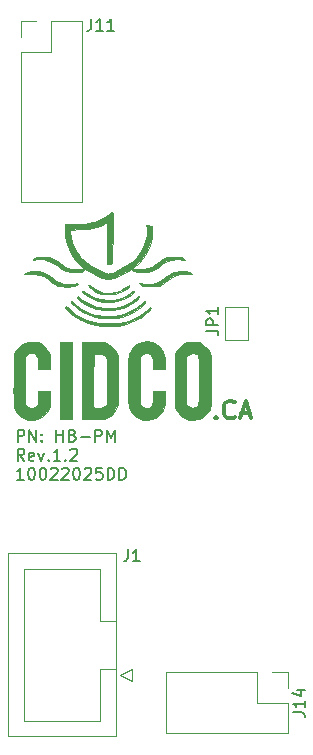
<source format=gbr>
%TF.GenerationSoftware,KiCad,Pcbnew,8.0.6*%
%TF.CreationDate,2025-02-12T14:43:40-05:00*%
%TF.ProjectId,PwrModule,5077724d-6f64-4756-9c65-2e6b69636164,rev?*%
%TF.SameCoordinates,Original*%
%TF.FileFunction,Legend,Top*%
%TF.FilePolarity,Positive*%
%FSLAX46Y46*%
G04 Gerber Fmt 4.6, Leading zero omitted, Abs format (unit mm)*
G04 Created by KiCad (PCBNEW 8.0.6) date 2025-02-12 14:43:40*
%MOMM*%
%LPD*%
G01*
G04 APERTURE LIST*
%ADD10C,0.300000*%
%ADD11C,0.150000*%
%ADD12C,0.120000*%
%ADD13C,0.010000*%
G04 APERTURE END LIST*
D10*
X119264510Y-75157971D02*
X119335939Y-75229400D01*
X119335939Y-75229400D02*
X119264510Y-75300828D01*
X119264510Y-75300828D02*
X119193082Y-75229400D01*
X119193082Y-75229400D02*
X119264510Y-75157971D01*
X119264510Y-75157971D02*
X119264510Y-75300828D01*
X120835939Y-75157971D02*
X120764511Y-75229400D01*
X120764511Y-75229400D02*
X120550225Y-75300828D01*
X120550225Y-75300828D02*
X120407368Y-75300828D01*
X120407368Y-75300828D02*
X120193082Y-75229400D01*
X120193082Y-75229400D02*
X120050225Y-75086542D01*
X120050225Y-75086542D02*
X119978796Y-74943685D01*
X119978796Y-74943685D02*
X119907368Y-74657971D01*
X119907368Y-74657971D02*
X119907368Y-74443685D01*
X119907368Y-74443685D02*
X119978796Y-74157971D01*
X119978796Y-74157971D02*
X120050225Y-74015114D01*
X120050225Y-74015114D02*
X120193082Y-73872257D01*
X120193082Y-73872257D02*
X120407368Y-73800828D01*
X120407368Y-73800828D02*
X120550225Y-73800828D01*
X120550225Y-73800828D02*
X120764511Y-73872257D01*
X120764511Y-73872257D02*
X120835939Y-73943685D01*
X121407368Y-74872257D02*
X122121654Y-74872257D01*
X121264511Y-75300828D02*
X121764511Y-73800828D01*
X121764511Y-73800828D02*
X122264511Y-75300828D01*
D11*
X102466779Y-77259931D02*
X102466779Y-76259931D01*
X102466779Y-76259931D02*
X102847731Y-76259931D01*
X102847731Y-76259931D02*
X102942969Y-76307550D01*
X102942969Y-76307550D02*
X102990588Y-76355169D01*
X102990588Y-76355169D02*
X103038207Y-76450407D01*
X103038207Y-76450407D02*
X103038207Y-76593264D01*
X103038207Y-76593264D02*
X102990588Y-76688502D01*
X102990588Y-76688502D02*
X102942969Y-76736121D01*
X102942969Y-76736121D02*
X102847731Y-76783740D01*
X102847731Y-76783740D02*
X102466779Y-76783740D01*
X103466779Y-77259931D02*
X103466779Y-76259931D01*
X103466779Y-76259931D02*
X104038207Y-77259931D01*
X104038207Y-77259931D02*
X104038207Y-76259931D01*
X104514398Y-77164692D02*
X104562017Y-77212312D01*
X104562017Y-77212312D02*
X104514398Y-77259931D01*
X104514398Y-77259931D02*
X104466779Y-77212312D01*
X104466779Y-77212312D02*
X104514398Y-77164692D01*
X104514398Y-77164692D02*
X104514398Y-77259931D01*
X104514398Y-76640883D02*
X104562017Y-76688502D01*
X104562017Y-76688502D02*
X104514398Y-76736121D01*
X104514398Y-76736121D02*
X104466779Y-76688502D01*
X104466779Y-76688502D02*
X104514398Y-76640883D01*
X104514398Y-76640883D02*
X104514398Y-76736121D01*
X105752493Y-77259931D02*
X105752493Y-76259931D01*
X105752493Y-76736121D02*
X106323921Y-76736121D01*
X106323921Y-77259931D02*
X106323921Y-76259931D01*
X107133445Y-76736121D02*
X107276302Y-76783740D01*
X107276302Y-76783740D02*
X107323921Y-76831359D01*
X107323921Y-76831359D02*
X107371540Y-76926597D01*
X107371540Y-76926597D02*
X107371540Y-77069454D01*
X107371540Y-77069454D02*
X107323921Y-77164692D01*
X107323921Y-77164692D02*
X107276302Y-77212312D01*
X107276302Y-77212312D02*
X107181064Y-77259931D01*
X107181064Y-77259931D02*
X106800112Y-77259931D01*
X106800112Y-77259931D02*
X106800112Y-76259931D01*
X106800112Y-76259931D02*
X107133445Y-76259931D01*
X107133445Y-76259931D02*
X107228683Y-76307550D01*
X107228683Y-76307550D02*
X107276302Y-76355169D01*
X107276302Y-76355169D02*
X107323921Y-76450407D01*
X107323921Y-76450407D02*
X107323921Y-76545645D01*
X107323921Y-76545645D02*
X107276302Y-76640883D01*
X107276302Y-76640883D02*
X107228683Y-76688502D01*
X107228683Y-76688502D02*
X107133445Y-76736121D01*
X107133445Y-76736121D02*
X106800112Y-76736121D01*
X107800112Y-76878978D02*
X108562017Y-76878978D01*
X109038207Y-77259931D02*
X109038207Y-76259931D01*
X109038207Y-76259931D02*
X109419159Y-76259931D01*
X109419159Y-76259931D02*
X109514397Y-76307550D01*
X109514397Y-76307550D02*
X109562016Y-76355169D01*
X109562016Y-76355169D02*
X109609635Y-76450407D01*
X109609635Y-76450407D02*
X109609635Y-76593264D01*
X109609635Y-76593264D02*
X109562016Y-76688502D01*
X109562016Y-76688502D02*
X109514397Y-76736121D01*
X109514397Y-76736121D02*
X109419159Y-76783740D01*
X109419159Y-76783740D02*
X109038207Y-76783740D01*
X110038207Y-77259931D02*
X110038207Y-76259931D01*
X110038207Y-76259931D02*
X110371540Y-76974216D01*
X110371540Y-76974216D02*
X110704873Y-76259931D01*
X110704873Y-76259931D02*
X110704873Y-77259931D01*
X103038207Y-78869875D02*
X102704874Y-78393684D01*
X102466779Y-78869875D02*
X102466779Y-77869875D01*
X102466779Y-77869875D02*
X102847731Y-77869875D01*
X102847731Y-77869875D02*
X102942969Y-77917494D01*
X102942969Y-77917494D02*
X102990588Y-77965113D01*
X102990588Y-77965113D02*
X103038207Y-78060351D01*
X103038207Y-78060351D02*
X103038207Y-78203208D01*
X103038207Y-78203208D02*
X102990588Y-78298446D01*
X102990588Y-78298446D02*
X102942969Y-78346065D01*
X102942969Y-78346065D02*
X102847731Y-78393684D01*
X102847731Y-78393684D02*
X102466779Y-78393684D01*
X103847731Y-78822256D02*
X103752493Y-78869875D01*
X103752493Y-78869875D02*
X103562017Y-78869875D01*
X103562017Y-78869875D02*
X103466779Y-78822256D01*
X103466779Y-78822256D02*
X103419160Y-78727017D01*
X103419160Y-78727017D02*
X103419160Y-78346065D01*
X103419160Y-78346065D02*
X103466779Y-78250827D01*
X103466779Y-78250827D02*
X103562017Y-78203208D01*
X103562017Y-78203208D02*
X103752493Y-78203208D01*
X103752493Y-78203208D02*
X103847731Y-78250827D01*
X103847731Y-78250827D02*
X103895350Y-78346065D01*
X103895350Y-78346065D02*
X103895350Y-78441303D01*
X103895350Y-78441303D02*
X103419160Y-78536541D01*
X104228684Y-78203208D02*
X104466779Y-78869875D01*
X104466779Y-78869875D02*
X104704874Y-78203208D01*
X105085827Y-78774636D02*
X105133446Y-78822256D01*
X105133446Y-78822256D02*
X105085827Y-78869875D01*
X105085827Y-78869875D02*
X105038208Y-78822256D01*
X105038208Y-78822256D02*
X105085827Y-78774636D01*
X105085827Y-78774636D02*
X105085827Y-78869875D01*
X106085826Y-78869875D02*
X105514398Y-78869875D01*
X105800112Y-78869875D02*
X105800112Y-77869875D01*
X105800112Y-77869875D02*
X105704874Y-78012732D01*
X105704874Y-78012732D02*
X105609636Y-78107970D01*
X105609636Y-78107970D02*
X105514398Y-78155589D01*
X106514398Y-78774636D02*
X106562017Y-78822256D01*
X106562017Y-78822256D02*
X106514398Y-78869875D01*
X106514398Y-78869875D02*
X106466779Y-78822256D01*
X106466779Y-78822256D02*
X106514398Y-78774636D01*
X106514398Y-78774636D02*
X106514398Y-78869875D01*
X106942969Y-77965113D02*
X106990588Y-77917494D01*
X106990588Y-77917494D02*
X107085826Y-77869875D01*
X107085826Y-77869875D02*
X107323921Y-77869875D01*
X107323921Y-77869875D02*
X107419159Y-77917494D01*
X107419159Y-77917494D02*
X107466778Y-77965113D01*
X107466778Y-77965113D02*
X107514397Y-78060351D01*
X107514397Y-78060351D02*
X107514397Y-78155589D01*
X107514397Y-78155589D02*
X107466778Y-78298446D01*
X107466778Y-78298446D02*
X106895350Y-78869875D01*
X106895350Y-78869875D02*
X107514397Y-78869875D01*
X102990588Y-80479819D02*
X102419160Y-80479819D01*
X102704874Y-80479819D02*
X102704874Y-79479819D01*
X102704874Y-79479819D02*
X102609636Y-79622676D01*
X102609636Y-79622676D02*
X102514398Y-79717914D01*
X102514398Y-79717914D02*
X102419160Y-79765533D01*
X103609636Y-79479819D02*
X103704874Y-79479819D01*
X103704874Y-79479819D02*
X103800112Y-79527438D01*
X103800112Y-79527438D02*
X103847731Y-79575057D01*
X103847731Y-79575057D02*
X103895350Y-79670295D01*
X103895350Y-79670295D02*
X103942969Y-79860771D01*
X103942969Y-79860771D02*
X103942969Y-80098866D01*
X103942969Y-80098866D02*
X103895350Y-80289342D01*
X103895350Y-80289342D02*
X103847731Y-80384580D01*
X103847731Y-80384580D02*
X103800112Y-80432200D01*
X103800112Y-80432200D02*
X103704874Y-80479819D01*
X103704874Y-80479819D02*
X103609636Y-80479819D01*
X103609636Y-80479819D02*
X103514398Y-80432200D01*
X103514398Y-80432200D02*
X103466779Y-80384580D01*
X103466779Y-80384580D02*
X103419160Y-80289342D01*
X103419160Y-80289342D02*
X103371541Y-80098866D01*
X103371541Y-80098866D02*
X103371541Y-79860771D01*
X103371541Y-79860771D02*
X103419160Y-79670295D01*
X103419160Y-79670295D02*
X103466779Y-79575057D01*
X103466779Y-79575057D02*
X103514398Y-79527438D01*
X103514398Y-79527438D02*
X103609636Y-79479819D01*
X104562017Y-79479819D02*
X104657255Y-79479819D01*
X104657255Y-79479819D02*
X104752493Y-79527438D01*
X104752493Y-79527438D02*
X104800112Y-79575057D01*
X104800112Y-79575057D02*
X104847731Y-79670295D01*
X104847731Y-79670295D02*
X104895350Y-79860771D01*
X104895350Y-79860771D02*
X104895350Y-80098866D01*
X104895350Y-80098866D02*
X104847731Y-80289342D01*
X104847731Y-80289342D02*
X104800112Y-80384580D01*
X104800112Y-80384580D02*
X104752493Y-80432200D01*
X104752493Y-80432200D02*
X104657255Y-80479819D01*
X104657255Y-80479819D02*
X104562017Y-80479819D01*
X104562017Y-80479819D02*
X104466779Y-80432200D01*
X104466779Y-80432200D02*
X104419160Y-80384580D01*
X104419160Y-80384580D02*
X104371541Y-80289342D01*
X104371541Y-80289342D02*
X104323922Y-80098866D01*
X104323922Y-80098866D02*
X104323922Y-79860771D01*
X104323922Y-79860771D02*
X104371541Y-79670295D01*
X104371541Y-79670295D02*
X104419160Y-79575057D01*
X104419160Y-79575057D02*
X104466779Y-79527438D01*
X104466779Y-79527438D02*
X104562017Y-79479819D01*
X105276303Y-79575057D02*
X105323922Y-79527438D01*
X105323922Y-79527438D02*
X105419160Y-79479819D01*
X105419160Y-79479819D02*
X105657255Y-79479819D01*
X105657255Y-79479819D02*
X105752493Y-79527438D01*
X105752493Y-79527438D02*
X105800112Y-79575057D01*
X105800112Y-79575057D02*
X105847731Y-79670295D01*
X105847731Y-79670295D02*
X105847731Y-79765533D01*
X105847731Y-79765533D02*
X105800112Y-79908390D01*
X105800112Y-79908390D02*
X105228684Y-80479819D01*
X105228684Y-80479819D02*
X105847731Y-80479819D01*
X106228684Y-79575057D02*
X106276303Y-79527438D01*
X106276303Y-79527438D02*
X106371541Y-79479819D01*
X106371541Y-79479819D02*
X106609636Y-79479819D01*
X106609636Y-79479819D02*
X106704874Y-79527438D01*
X106704874Y-79527438D02*
X106752493Y-79575057D01*
X106752493Y-79575057D02*
X106800112Y-79670295D01*
X106800112Y-79670295D02*
X106800112Y-79765533D01*
X106800112Y-79765533D02*
X106752493Y-79908390D01*
X106752493Y-79908390D02*
X106181065Y-80479819D01*
X106181065Y-80479819D02*
X106800112Y-80479819D01*
X107419160Y-79479819D02*
X107514398Y-79479819D01*
X107514398Y-79479819D02*
X107609636Y-79527438D01*
X107609636Y-79527438D02*
X107657255Y-79575057D01*
X107657255Y-79575057D02*
X107704874Y-79670295D01*
X107704874Y-79670295D02*
X107752493Y-79860771D01*
X107752493Y-79860771D02*
X107752493Y-80098866D01*
X107752493Y-80098866D02*
X107704874Y-80289342D01*
X107704874Y-80289342D02*
X107657255Y-80384580D01*
X107657255Y-80384580D02*
X107609636Y-80432200D01*
X107609636Y-80432200D02*
X107514398Y-80479819D01*
X107514398Y-80479819D02*
X107419160Y-80479819D01*
X107419160Y-80479819D02*
X107323922Y-80432200D01*
X107323922Y-80432200D02*
X107276303Y-80384580D01*
X107276303Y-80384580D02*
X107228684Y-80289342D01*
X107228684Y-80289342D02*
X107181065Y-80098866D01*
X107181065Y-80098866D02*
X107181065Y-79860771D01*
X107181065Y-79860771D02*
X107228684Y-79670295D01*
X107228684Y-79670295D02*
X107276303Y-79575057D01*
X107276303Y-79575057D02*
X107323922Y-79527438D01*
X107323922Y-79527438D02*
X107419160Y-79479819D01*
X108133446Y-79575057D02*
X108181065Y-79527438D01*
X108181065Y-79527438D02*
X108276303Y-79479819D01*
X108276303Y-79479819D02*
X108514398Y-79479819D01*
X108514398Y-79479819D02*
X108609636Y-79527438D01*
X108609636Y-79527438D02*
X108657255Y-79575057D01*
X108657255Y-79575057D02*
X108704874Y-79670295D01*
X108704874Y-79670295D02*
X108704874Y-79765533D01*
X108704874Y-79765533D02*
X108657255Y-79908390D01*
X108657255Y-79908390D02*
X108085827Y-80479819D01*
X108085827Y-80479819D02*
X108704874Y-80479819D01*
X109609636Y-79479819D02*
X109133446Y-79479819D01*
X109133446Y-79479819D02*
X109085827Y-79956009D01*
X109085827Y-79956009D02*
X109133446Y-79908390D01*
X109133446Y-79908390D02*
X109228684Y-79860771D01*
X109228684Y-79860771D02*
X109466779Y-79860771D01*
X109466779Y-79860771D02*
X109562017Y-79908390D01*
X109562017Y-79908390D02*
X109609636Y-79956009D01*
X109609636Y-79956009D02*
X109657255Y-80051247D01*
X109657255Y-80051247D02*
X109657255Y-80289342D01*
X109657255Y-80289342D02*
X109609636Y-80384580D01*
X109609636Y-80384580D02*
X109562017Y-80432200D01*
X109562017Y-80432200D02*
X109466779Y-80479819D01*
X109466779Y-80479819D02*
X109228684Y-80479819D01*
X109228684Y-80479819D02*
X109133446Y-80432200D01*
X109133446Y-80432200D02*
X109085827Y-80384580D01*
X110085827Y-80479819D02*
X110085827Y-79479819D01*
X110085827Y-79479819D02*
X110323922Y-79479819D01*
X110323922Y-79479819D02*
X110466779Y-79527438D01*
X110466779Y-79527438D02*
X110562017Y-79622676D01*
X110562017Y-79622676D02*
X110609636Y-79717914D01*
X110609636Y-79717914D02*
X110657255Y-79908390D01*
X110657255Y-79908390D02*
X110657255Y-80051247D01*
X110657255Y-80051247D02*
X110609636Y-80241723D01*
X110609636Y-80241723D02*
X110562017Y-80336961D01*
X110562017Y-80336961D02*
X110466779Y-80432200D01*
X110466779Y-80432200D02*
X110323922Y-80479819D01*
X110323922Y-80479819D02*
X110085827Y-80479819D01*
X111085827Y-80479819D02*
X111085827Y-79479819D01*
X111085827Y-79479819D02*
X111323922Y-79479819D01*
X111323922Y-79479819D02*
X111466779Y-79527438D01*
X111466779Y-79527438D02*
X111562017Y-79622676D01*
X111562017Y-79622676D02*
X111609636Y-79717914D01*
X111609636Y-79717914D02*
X111657255Y-79908390D01*
X111657255Y-79908390D02*
X111657255Y-80051247D01*
X111657255Y-80051247D02*
X111609636Y-80241723D01*
X111609636Y-80241723D02*
X111562017Y-80336961D01*
X111562017Y-80336961D02*
X111466779Y-80432200D01*
X111466779Y-80432200D02*
X111323922Y-80479819D01*
X111323922Y-80479819D02*
X111085827Y-80479819D01*
X125784819Y-100179523D02*
X126499104Y-100179523D01*
X126499104Y-100179523D02*
X126641961Y-100227142D01*
X126641961Y-100227142D02*
X126737200Y-100322380D01*
X126737200Y-100322380D02*
X126784819Y-100465237D01*
X126784819Y-100465237D02*
X126784819Y-100560475D01*
X126784819Y-99179523D02*
X126784819Y-99750951D01*
X126784819Y-99465237D02*
X125784819Y-99465237D01*
X125784819Y-99465237D02*
X125927676Y-99560475D01*
X125927676Y-99560475D02*
X126022914Y-99655713D01*
X126022914Y-99655713D02*
X126070533Y-99750951D01*
X126118152Y-98322380D02*
X126784819Y-98322380D01*
X125737200Y-98560475D02*
X126451485Y-98798570D01*
X126451485Y-98798570D02*
X126451485Y-98179523D01*
X108690476Y-41454819D02*
X108690476Y-42169104D01*
X108690476Y-42169104D02*
X108642857Y-42311961D01*
X108642857Y-42311961D02*
X108547619Y-42407200D01*
X108547619Y-42407200D02*
X108404762Y-42454819D01*
X108404762Y-42454819D02*
X108309524Y-42454819D01*
X109690476Y-42454819D02*
X109119048Y-42454819D01*
X109404762Y-42454819D02*
X109404762Y-41454819D01*
X109404762Y-41454819D02*
X109309524Y-41597676D01*
X109309524Y-41597676D02*
X109214286Y-41692914D01*
X109214286Y-41692914D02*
X109119048Y-41740533D01*
X110642857Y-42454819D02*
X110071429Y-42454819D01*
X110357143Y-42454819D02*
X110357143Y-41454819D01*
X110357143Y-41454819D02*
X110261905Y-41597676D01*
X110261905Y-41597676D02*
X110166667Y-41692914D01*
X110166667Y-41692914D02*
X110071429Y-41740533D01*
X111816666Y-86374819D02*
X111816666Y-87089104D01*
X111816666Y-87089104D02*
X111769047Y-87231961D01*
X111769047Y-87231961D02*
X111673809Y-87327200D01*
X111673809Y-87327200D02*
X111530952Y-87374819D01*
X111530952Y-87374819D02*
X111435714Y-87374819D01*
X112816666Y-87374819D02*
X112245238Y-87374819D01*
X112530952Y-87374819D02*
X112530952Y-86374819D01*
X112530952Y-86374819D02*
X112435714Y-86517676D01*
X112435714Y-86517676D02*
X112340476Y-86612914D01*
X112340476Y-86612914D02*
X112245238Y-86660533D01*
X118454819Y-67873333D02*
X119169104Y-67873333D01*
X119169104Y-67873333D02*
X119311961Y-67920952D01*
X119311961Y-67920952D02*
X119407200Y-68016190D01*
X119407200Y-68016190D02*
X119454819Y-68159047D01*
X119454819Y-68159047D02*
X119454819Y-68254285D01*
X119454819Y-67397142D02*
X118454819Y-67397142D01*
X118454819Y-67397142D02*
X118454819Y-67016190D01*
X118454819Y-67016190D02*
X118502438Y-66920952D01*
X118502438Y-66920952D02*
X118550057Y-66873333D01*
X118550057Y-66873333D02*
X118645295Y-66825714D01*
X118645295Y-66825714D02*
X118788152Y-66825714D01*
X118788152Y-66825714D02*
X118883390Y-66873333D01*
X118883390Y-66873333D02*
X118931009Y-66920952D01*
X118931009Y-66920952D02*
X118978628Y-67016190D01*
X118978628Y-67016190D02*
X118978628Y-67397142D01*
X119454819Y-65873333D02*
X119454819Y-66444761D01*
X119454819Y-66159047D02*
X118454819Y-66159047D01*
X118454819Y-66159047D02*
X118597676Y-66254285D01*
X118597676Y-66254285D02*
X118692914Y-66349523D01*
X118692914Y-66349523D02*
X118740533Y-66444761D01*
D12*
%TO.C,J14*%
X115050000Y-96770000D02*
X115050000Y-101970000D01*
X122730000Y-96770000D02*
X115050000Y-96770000D01*
X122730000Y-96770000D02*
X122730000Y-99370000D01*
X122730000Y-99370000D02*
X125330000Y-99370000D01*
X124000000Y-96770000D02*
X125330000Y-96770000D01*
X125330000Y-96770000D02*
X125330000Y-98100000D01*
X125330000Y-99370000D02*
X125330000Y-101970000D01*
X125330000Y-101970000D02*
X115050000Y-101970000D01*
%TO.C,J11*%
X102720000Y-41645000D02*
X104050000Y-41645000D01*
X102720000Y-42975000D02*
X102720000Y-41645000D01*
X102720000Y-44245000D02*
X102720000Y-57005000D01*
X102720000Y-44245000D02*
X105320000Y-44245000D01*
X102720000Y-57005000D02*
X107920000Y-57005000D01*
X105320000Y-41645000D02*
X107920000Y-41645000D01*
X105320000Y-44245000D02*
X105320000Y-41645000D01*
X107920000Y-41645000D02*
X107920000Y-57005000D01*
D13*
%TO.C,logo1*%
X107042400Y-75363200D02*
X106026400Y-75363200D01*
X106026400Y-68860800D01*
X107042400Y-68860800D01*
X107042400Y-75363200D01*
G36*
X107042400Y-75363200D02*
G01*
X106026400Y-75363200D01*
X106026400Y-68860800D01*
X107042400Y-68860800D01*
X107042400Y-75363200D01*
G37*
X108110234Y-64526364D02*
X108179798Y-64581867D01*
X108568862Y-64858741D01*
X109015716Y-65066353D01*
X109502257Y-65202986D01*
X110010380Y-65266927D01*
X110521983Y-65256458D01*
X111018962Y-65169866D01*
X111483212Y-65005435D01*
X111665200Y-64912116D01*
X111849694Y-64796757D01*
X112042833Y-64660395D01*
X112106314Y-64611149D01*
X112254696Y-64509280D01*
X112342620Y-64481492D01*
X112365176Y-64516799D01*
X112317456Y-64604213D01*
X112194553Y-64732747D01*
X112170197Y-64754147D01*
X111801817Y-65010274D01*
X111366550Y-65210155D01*
X110885582Y-65348197D01*
X110380099Y-65418811D01*
X109871284Y-65416406D01*
X109720733Y-65400555D01*
X109315833Y-65319700D01*
X108915570Y-65188473D01*
X108545528Y-65018243D01*
X108231294Y-64820378D01*
X108041534Y-64654327D01*
X107954410Y-64539706D01*
X107945756Y-64475489D01*
X108002166Y-64468700D01*
X108110234Y-64526364D01*
G36*
X108110234Y-64526364D02*
G01*
X108179798Y-64581867D01*
X108568862Y-64858741D01*
X109015716Y-65066353D01*
X109502257Y-65202986D01*
X110010380Y-65266927D01*
X110521983Y-65256458D01*
X111018962Y-65169866D01*
X111483212Y-65005435D01*
X111665200Y-64912116D01*
X111849694Y-64796757D01*
X112042833Y-64660395D01*
X112106314Y-64611149D01*
X112254696Y-64509280D01*
X112342620Y-64481492D01*
X112365176Y-64516799D01*
X112317456Y-64604213D01*
X112194553Y-64732747D01*
X112170197Y-64754147D01*
X111801817Y-65010274D01*
X111366550Y-65210155D01*
X110885582Y-65348197D01*
X110380099Y-65418811D01*
X109871284Y-65416406D01*
X109720733Y-65400555D01*
X109315833Y-65319700D01*
X108915570Y-65188473D01*
X108545528Y-65018243D01*
X108231294Y-64820378D01*
X108041534Y-64654327D01*
X107954410Y-64539706D01*
X107945756Y-64475489D01*
X108002166Y-64468700D01*
X108110234Y-64526364D01*
G37*
X108536006Y-64034050D02*
X108655319Y-64117829D01*
X109010449Y-64365131D01*
X109362669Y-64533675D01*
X109747749Y-64638648D01*
X109959065Y-64671456D01*
X110332585Y-64674862D01*
X110732269Y-64603941D01*
X111126854Y-64468177D01*
X111485076Y-64277055D01*
X111645565Y-64159794D01*
X111774396Y-64067024D01*
X111864947Y-64026809D01*
X111893412Y-64034173D01*
X111909236Y-64084412D01*
X111883447Y-64139792D01*
X111803001Y-64213997D01*
X111654851Y-64320711D01*
X111557834Y-64386180D01*
X111131789Y-64616018D01*
X110680884Y-64750042D01*
X110192778Y-64791869D01*
X110173948Y-64791697D01*
X109949497Y-64783517D01*
X109738517Y-64766628D01*
X109582198Y-64744461D01*
X109567082Y-64741147D01*
X109257278Y-64636377D01*
X108937724Y-64475061D01*
X108658061Y-64283085D01*
X108609589Y-64241783D01*
X108483701Y-64114148D01*
X108431922Y-64030348D01*
X108450581Y-64000332D01*
X108536006Y-64034050D01*
G36*
X108536006Y-64034050D02*
G01*
X108655319Y-64117829D01*
X109010449Y-64365131D01*
X109362669Y-64533675D01*
X109747749Y-64638648D01*
X109959065Y-64671456D01*
X110332585Y-64674862D01*
X110732269Y-64603941D01*
X111126854Y-64468177D01*
X111485076Y-64277055D01*
X111645565Y-64159794D01*
X111774396Y-64067024D01*
X111864947Y-64026809D01*
X111893412Y-64034173D01*
X111909236Y-64084412D01*
X111883447Y-64139792D01*
X111803001Y-64213997D01*
X111654851Y-64320711D01*
X111557834Y-64386180D01*
X111131789Y-64616018D01*
X110680884Y-64750042D01*
X110192778Y-64791869D01*
X110173948Y-64791697D01*
X109949497Y-64783517D01*
X109738517Y-64766628D01*
X109582198Y-64744461D01*
X109567082Y-64741147D01*
X109257278Y-64636377D01*
X108937724Y-64475061D01*
X108658061Y-64283085D01*
X108609589Y-64241783D01*
X108483701Y-64114148D01*
X108431922Y-64030348D01*
X108450581Y-64000332D01*
X108536006Y-64034050D01*
G37*
X107622338Y-64981758D02*
X107734364Y-65066920D01*
X107863301Y-65180462D01*
X108109452Y-65370625D01*
X108424263Y-65554579D01*
X108775249Y-65716534D01*
X109129925Y-65840699D01*
X109319021Y-65888042D01*
X109763002Y-65949092D01*
X110238547Y-65960930D01*
X110701775Y-65924186D01*
X111021066Y-65863536D01*
X111370861Y-65751601D01*
X111730527Y-65595258D01*
X112066810Y-65411389D01*
X112346455Y-65216872D01*
X112420920Y-65152967D01*
X112575331Y-65019883D01*
X112672310Y-64959386D01*
X112721210Y-64967499D01*
X112732000Y-65020692D01*
X112690699Y-65106893D01*
X112579057Y-65227670D01*
X112415461Y-65368107D01*
X112218300Y-65513286D01*
X112005960Y-65648290D01*
X111860861Y-65727386D01*
X111413353Y-65919236D01*
X110958633Y-66042770D01*
X110466512Y-66104611D01*
X110094973Y-66114802D01*
X109681597Y-66100288D01*
X109339824Y-66059202D01*
X109132393Y-66014099D01*
X108714597Y-65877668D01*
X108315375Y-65696963D01*
X107965245Y-65487268D01*
X107760848Y-65327069D01*
X107604581Y-65171780D01*
X107516658Y-65051320D01*
X107501704Y-64974299D01*
X107557831Y-64949200D01*
X107622338Y-64981758D01*
G36*
X107622338Y-64981758D02*
G01*
X107734364Y-65066920D01*
X107863301Y-65180462D01*
X108109452Y-65370625D01*
X108424263Y-65554579D01*
X108775249Y-65716534D01*
X109129925Y-65840699D01*
X109319021Y-65888042D01*
X109763002Y-65949092D01*
X110238547Y-65960930D01*
X110701775Y-65924186D01*
X111021066Y-65863536D01*
X111370861Y-65751601D01*
X111730527Y-65595258D01*
X112066810Y-65411389D01*
X112346455Y-65216872D01*
X112420920Y-65152967D01*
X112575331Y-65019883D01*
X112672310Y-64959386D01*
X112721210Y-64967499D01*
X112732000Y-65020692D01*
X112690699Y-65106893D01*
X112579057Y-65227670D01*
X112415461Y-65368107D01*
X112218300Y-65513286D01*
X112005960Y-65648290D01*
X111860861Y-65727386D01*
X111413353Y-65919236D01*
X110958633Y-66042770D01*
X110466512Y-66104611D01*
X110094973Y-66114802D01*
X109681597Y-66100288D01*
X109339824Y-66059202D01*
X109132393Y-66014099D01*
X108714597Y-65877668D01*
X108315375Y-65696963D01*
X107965245Y-65487268D01*
X107760848Y-65327069D01*
X107604581Y-65171780D01*
X107516658Y-65051320D01*
X107501704Y-64974299D01*
X107557831Y-64949200D01*
X107622338Y-64981758D01*
G37*
X104191566Y-62843776D02*
X104511769Y-62902190D01*
X104810937Y-62993551D01*
X105066603Y-63115540D01*
X105181851Y-63195919D01*
X105488833Y-63439695D01*
X105742665Y-63621587D01*
X105963281Y-63750287D01*
X106170617Y-63834490D01*
X106384607Y-63882888D01*
X106625184Y-63904175D01*
X106813800Y-63907600D01*
X107037003Y-63903394D01*
X107236408Y-63892005D01*
X107379136Y-63875576D01*
X107410700Y-63868732D01*
X107519208Y-63855458D01*
X107546330Y-63890646D01*
X107491876Y-63961687D01*
X107412982Y-64020897D01*
X107274232Y-64073727D01*
X107062151Y-64109936D01*
X106803710Y-64129098D01*
X106525879Y-64130784D01*
X106255630Y-64114568D01*
X106019932Y-64080022D01*
X105890788Y-64045007D01*
X105709657Y-63962312D01*
X105501724Y-63840838D01*
X105338372Y-63726490D01*
X105104897Y-63546999D01*
X104928990Y-63418381D01*
X104789189Y-63327663D01*
X104664029Y-63261872D01*
X104532045Y-63208034D01*
X104411666Y-63166363D01*
X104235549Y-63114596D01*
X104068004Y-63084569D01*
X103875066Y-63072794D01*
X103622770Y-63075778D01*
X103553474Y-63078159D01*
X103019710Y-63097917D01*
X103149797Y-62986021D01*
X103329446Y-62889433D01*
X103577936Y-62835077D01*
X103872799Y-62820631D01*
X104191566Y-62843776D01*
G36*
X104191566Y-62843776D02*
G01*
X104511769Y-62902190D01*
X104810937Y-62993551D01*
X105066603Y-63115540D01*
X105181851Y-63195919D01*
X105488833Y-63439695D01*
X105742665Y-63621587D01*
X105963281Y-63750287D01*
X106170617Y-63834490D01*
X106384607Y-63882888D01*
X106625184Y-63904175D01*
X106813800Y-63907600D01*
X107037003Y-63903394D01*
X107236408Y-63892005D01*
X107379136Y-63875576D01*
X107410700Y-63868732D01*
X107519208Y-63855458D01*
X107546330Y-63890646D01*
X107491876Y-63961687D01*
X107412982Y-64020897D01*
X107274232Y-64073727D01*
X107062151Y-64109936D01*
X106803710Y-64129098D01*
X106525879Y-64130784D01*
X106255630Y-64114568D01*
X106019932Y-64080022D01*
X105890788Y-64045007D01*
X105709657Y-63962312D01*
X105501724Y-63840838D01*
X105338372Y-63726490D01*
X105104897Y-63546999D01*
X104928990Y-63418381D01*
X104789189Y-63327663D01*
X104664029Y-63261872D01*
X104532045Y-63208034D01*
X104411666Y-63166363D01*
X104235549Y-63114596D01*
X104068004Y-63084569D01*
X103875066Y-63072794D01*
X103622770Y-63075778D01*
X103553474Y-63078159D01*
X103019710Y-63097917D01*
X103149797Y-62986021D01*
X103329446Y-62889433D01*
X103577936Y-62835077D01*
X103872799Y-62820631D01*
X104191566Y-62843776D01*
G37*
X116692108Y-62846541D02*
X116915430Y-62871629D01*
X117068557Y-62915644D01*
X117071648Y-62917200D01*
X117184935Y-62982980D01*
X117226114Y-63030976D01*
X117189021Y-63063672D01*
X117067493Y-63083556D01*
X116855368Y-63093113D01*
X116630846Y-63095000D01*
X116364540Y-63096436D01*
X116173179Y-63103710D01*
X116030114Y-63121270D01*
X115908699Y-63153563D01*
X115782288Y-63205038D01*
X115678400Y-63253977D01*
X115456731Y-63377674D01*
X115222649Y-63534321D01*
X115068919Y-63654875D01*
X114839972Y-63838593D01*
X114630733Y-63966194D01*
X114412205Y-64048037D01*
X114155393Y-64094478D01*
X113831301Y-64115872D01*
X113773400Y-64117607D01*
X113528145Y-64119425D01*
X113305481Y-64112634D01*
X113134262Y-64098573D01*
X113058068Y-64084404D01*
X112912216Y-64013834D01*
X112804068Y-63925992D01*
X112739780Y-63848883D01*
X112749719Y-63830095D01*
X112833600Y-63849921D01*
X113129619Y-63902430D01*
X113469116Y-63920300D01*
X113799480Y-63901893D01*
X113918941Y-63883694D01*
X114119301Y-63834431D01*
X114314139Y-63758638D01*
X114523233Y-63645592D01*
X114766361Y-63484573D01*
X115063301Y-63264861D01*
X115069969Y-63259760D01*
X115285562Y-63114653D01*
X115513630Y-62992844D01*
X115671749Y-62930141D01*
X115888412Y-62882180D01*
X116149855Y-62852082D01*
X116427335Y-62840114D01*
X116692108Y-62846541D01*
G36*
X116692108Y-62846541D02*
G01*
X116915430Y-62871629D01*
X117068557Y-62915644D01*
X117071648Y-62917200D01*
X117184935Y-62982980D01*
X117226114Y-63030976D01*
X117189021Y-63063672D01*
X117067493Y-63083556D01*
X116855368Y-63093113D01*
X116630846Y-63095000D01*
X116364540Y-63096436D01*
X116173179Y-63103710D01*
X116030114Y-63121270D01*
X115908699Y-63153563D01*
X115782288Y-63205038D01*
X115678400Y-63253977D01*
X115456731Y-63377674D01*
X115222649Y-63534321D01*
X115068919Y-63654875D01*
X114839972Y-63838593D01*
X114630733Y-63966194D01*
X114412205Y-64048037D01*
X114155393Y-64094478D01*
X113831301Y-64115872D01*
X113773400Y-64117607D01*
X113528145Y-64119425D01*
X113305481Y-64112634D01*
X113134262Y-64098573D01*
X113058068Y-64084404D01*
X112912216Y-64013834D01*
X112804068Y-63925992D01*
X112739780Y-63848883D01*
X112749719Y-63830095D01*
X112833600Y-63849921D01*
X113129619Y-63902430D01*
X113469116Y-63920300D01*
X113799480Y-63901893D01*
X113918941Y-63883694D01*
X114119301Y-63834431D01*
X114314139Y-63758638D01*
X114523233Y-63645592D01*
X114766361Y-63484573D01*
X115063301Y-63264861D01*
X115069969Y-63259760D01*
X115285562Y-63114653D01*
X115513630Y-62992844D01*
X115671749Y-62930141D01*
X115888412Y-62882180D01*
X116149855Y-62852082D01*
X116427335Y-62840114D01*
X116692108Y-62846541D01*
G37*
X106628548Y-65824801D02*
X106716832Y-65884664D01*
X106852482Y-66001542D01*
X106965502Y-66105345D01*
X107349955Y-66429658D01*
X107739507Y-66685117D01*
X108175067Y-66897949D01*
X108251137Y-66929545D01*
X108595251Y-67057467D01*
X108921628Y-67149531D01*
X109257709Y-67210294D01*
X109630934Y-67244312D01*
X110068743Y-67256141D01*
X110217400Y-67256040D01*
X110548478Y-67252107D01*
X110804793Y-67242675D01*
X111013145Y-67224949D01*
X111200336Y-67196133D01*
X111393166Y-67153431D01*
X111523466Y-67119782D01*
X112049212Y-66944218D01*
X112547456Y-66710090D01*
X112992617Y-66430951D01*
X113298722Y-66179274D01*
X113492186Y-66008138D01*
X113628205Y-65915514D01*
X113711365Y-65899450D01*
X113746255Y-65957995D01*
X113748000Y-65988126D01*
X113709397Y-66063375D01*
X113605545Y-66181124D01*
X113454375Y-66325534D01*
X113273817Y-66480768D01*
X113081803Y-66630985D01*
X112896265Y-66760348D01*
X112821643Y-66806378D01*
X112255472Y-67084206D01*
X111632898Y-67293191D01*
X110975156Y-67430023D01*
X110303483Y-67491394D01*
X109639114Y-67473994D01*
X109074400Y-67390265D01*
X108407316Y-67205614D01*
X107801635Y-66949579D01*
X107263916Y-66625459D01*
X106822106Y-66257579D01*
X106658577Y-66093903D01*
X106560835Y-65982616D01*
X106518585Y-65908768D01*
X106521533Y-65857413D01*
X106533797Y-65838925D01*
X106572559Y-65812655D01*
X106628548Y-65824801D01*
G36*
X106628548Y-65824801D02*
G01*
X106716832Y-65884664D01*
X106852482Y-66001542D01*
X106965502Y-66105345D01*
X107349955Y-66429658D01*
X107739507Y-66685117D01*
X108175067Y-66897949D01*
X108251137Y-66929545D01*
X108595251Y-67057467D01*
X108921628Y-67149531D01*
X109257709Y-67210294D01*
X109630934Y-67244312D01*
X110068743Y-67256141D01*
X110217400Y-67256040D01*
X110548478Y-67252107D01*
X110804793Y-67242675D01*
X111013145Y-67224949D01*
X111200336Y-67196133D01*
X111393166Y-67153431D01*
X111523466Y-67119782D01*
X112049212Y-66944218D01*
X112547456Y-66710090D01*
X112992617Y-66430951D01*
X113298722Y-66179274D01*
X113492186Y-66008138D01*
X113628205Y-65915514D01*
X113711365Y-65899450D01*
X113746255Y-65957995D01*
X113748000Y-65988126D01*
X113709397Y-66063375D01*
X113605545Y-66181124D01*
X113454375Y-66325534D01*
X113273817Y-66480768D01*
X113081803Y-66630985D01*
X112896265Y-66760348D01*
X112821643Y-66806378D01*
X112255472Y-67084206D01*
X111632898Y-67293191D01*
X110975156Y-67430023D01*
X110303483Y-67491394D01*
X109639114Y-67473994D01*
X109074400Y-67390265D01*
X108407316Y-67205614D01*
X107801635Y-66949579D01*
X107263916Y-66625459D01*
X106822106Y-66257579D01*
X106658577Y-66093903D01*
X106560835Y-65982616D01*
X106518585Y-65908768D01*
X106521533Y-65857413D01*
X106533797Y-65838925D01*
X106572559Y-65812655D01*
X106628548Y-65824801D01*
G37*
X107076294Y-65372820D02*
X107192067Y-65450024D01*
X107365594Y-65599463D01*
X107430976Y-65659923D01*
X107782834Y-65939585D01*
X108204425Y-66180366D01*
X108224849Y-66190282D01*
X108535560Y-66334065D01*
X108803518Y-66440210D01*
X109054771Y-66514094D01*
X109315368Y-66561090D01*
X109611357Y-66586574D01*
X109968785Y-66595919D01*
X110192000Y-66596167D01*
X110507351Y-66593929D01*
X110744579Y-66588292D01*
X110927159Y-66576296D01*
X111078564Y-66554982D01*
X111222271Y-66521391D01*
X111381755Y-66472563D01*
X111507870Y-66430276D01*
X112020268Y-66223017D01*
X112461137Y-65969765D01*
X112855614Y-65655796D01*
X112898342Y-65615890D01*
X113061133Y-65470167D01*
X113169580Y-65395478D01*
X113234529Y-65384932D01*
X113247779Y-65393859D01*
X113260354Y-65471682D01*
X113196725Y-65588155D01*
X113069296Y-65732220D01*
X112890474Y-65892821D01*
X112672665Y-66058902D01*
X112428275Y-66219404D01*
X112169709Y-66363273D01*
X112147800Y-66374219D01*
X111713271Y-66562918D01*
X111279900Y-66692628D01*
X110815626Y-66770794D01*
X110293600Y-66804723D01*
X110038059Y-66809275D01*
X109809569Y-66809475D01*
X109632818Y-66805555D01*
X109532495Y-66797747D01*
X109531600Y-66797583D01*
X109005489Y-66684008D01*
X108559692Y-66552256D01*
X108173487Y-66394840D01*
X107826153Y-66204273D01*
X107745431Y-66152213D01*
X107568907Y-66023493D01*
X107388729Y-65872976D01*
X107223139Y-65718361D01*
X107090377Y-65577349D01*
X107008683Y-65467638D01*
X106991600Y-65420741D01*
X107011673Y-65364257D01*
X107076294Y-65372820D01*
G36*
X107076294Y-65372820D02*
G01*
X107192067Y-65450024D01*
X107365594Y-65599463D01*
X107430976Y-65659923D01*
X107782834Y-65939585D01*
X108204425Y-66180366D01*
X108224849Y-66190282D01*
X108535560Y-66334065D01*
X108803518Y-66440210D01*
X109054771Y-66514094D01*
X109315368Y-66561090D01*
X109611357Y-66586574D01*
X109968785Y-66595919D01*
X110192000Y-66596167D01*
X110507351Y-66593929D01*
X110744579Y-66588292D01*
X110927159Y-66576296D01*
X111078564Y-66554982D01*
X111222271Y-66521391D01*
X111381755Y-66472563D01*
X111507870Y-66430276D01*
X112020268Y-66223017D01*
X112461137Y-65969765D01*
X112855614Y-65655796D01*
X112898342Y-65615890D01*
X113061133Y-65470167D01*
X113169580Y-65395478D01*
X113234529Y-65384932D01*
X113247779Y-65393859D01*
X113260354Y-65471682D01*
X113196725Y-65588155D01*
X113069296Y-65732220D01*
X112890474Y-65892821D01*
X112672665Y-66058902D01*
X112428275Y-66219404D01*
X112169709Y-66363273D01*
X112147800Y-66374219D01*
X111713271Y-66562918D01*
X111279900Y-66692628D01*
X110815626Y-66770794D01*
X110293600Y-66804723D01*
X110038059Y-66809275D01*
X109809569Y-66809475D01*
X109632818Y-66805555D01*
X109532495Y-66797747D01*
X109531600Y-66797583D01*
X109005489Y-66684008D01*
X108559692Y-66552256D01*
X108173487Y-66394840D01*
X107826153Y-66204273D01*
X107745431Y-66152213D01*
X107568907Y-66023493D01*
X107388729Y-65872976D01*
X107223139Y-65718361D01*
X107090377Y-65577349D01*
X107008683Y-65467638D01*
X106991600Y-65420741D01*
X107011673Y-65364257D01*
X107076294Y-65372820D01*
G37*
X110154415Y-69024342D02*
X110437315Y-69218152D01*
X110681351Y-69467519D01*
X110861009Y-69744175D01*
X110911721Y-69863374D01*
X110929717Y-69938032D01*
X110944485Y-70056284D01*
X110956277Y-70226491D01*
X110965345Y-70457012D01*
X110971938Y-70756205D01*
X110976311Y-71132429D01*
X110978713Y-71594045D01*
X110979400Y-72112000D01*
X110979400Y-74169400D01*
X110839081Y-74455126D01*
X110719982Y-74651955D01*
X110562182Y-74855658D01*
X110451653Y-74971996D01*
X110303755Y-75098706D01*
X110154890Y-75195331D01*
X109988509Y-75265756D01*
X109788064Y-75313868D01*
X109537009Y-75343553D01*
X109218794Y-75358696D01*
X108816872Y-75363184D01*
X108785779Y-75363200D01*
X107906000Y-75363200D01*
X107906000Y-72962699D01*
X108880258Y-72962699D01*
X108880603Y-73357277D01*
X108882123Y-73700081D01*
X108884755Y-73980366D01*
X108888439Y-74187386D01*
X108893110Y-74310397D01*
X108896571Y-74340025D01*
X108938656Y-74376408D01*
X109040621Y-74393521D01*
X109219800Y-74393486D01*
X109303536Y-74389838D01*
X109505126Y-74375992D01*
X109637462Y-74352117D01*
X109732890Y-74307291D01*
X109823751Y-74230591D01*
X109849110Y-74205587D01*
X110014200Y-74040551D01*
X110028658Y-72171996D01*
X110043116Y-70303442D01*
X109925200Y-70128221D01*
X109752298Y-69960389D01*
X109509191Y-69861573D01*
X109202468Y-69834258D01*
X109152352Y-69836424D01*
X108896600Y-69851400D01*
X108883345Y-72061200D01*
X108881151Y-72527091D01*
X108880258Y-72962699D01*
X107906000Y-72962699D01*
X107906000Y-68860800D01*
X109847578Y-68860800D01*
X110154415Y-69024342D01*
G36*
X110154415Y-69024342D02*
G01*
X110437315Y-69218152D01*
X110681351Y-69467519D01*
X110861009Y-69744175D01*
X110911721Y-69863374D01*
X110929717Y-69938032D01*
X110944485Y-70056284D01*
X110956277Y-70226491D01*
X110965345Y-70457012D01*
X110971938Y-70756205D01*
X110976311Y-71132429D01*
X110978713Y-71594045D01*
X110979400Y-72112000D01*
X110979400Y-74169400D01*
X110839081Y-74455126D01*
X110719982Y-74651955D01*
X110562182Y-74855658D01*
X110451653Y-74971996D01*
X110303755Y-75098706D01*
X110154890Y-75195331D01*
X109988509Y-75265756D01*
X109788064Y-75313868D01*
X109537009Y-75343553D01*
X109218794Y-75358696D01*
X108816872Y-75363184D01*
X108785779Y-75363200D01*
X107906000Y-75363200D01*
X107906000Y-72962699D01*
X108880258Y-72962699D01*
X108880603Y-73357277D01*
X108882123Y-73700081D01*
X108884755Y-73980366D01*
X108888439Y-74187386D01*
X108893110Y-74310397D01*
X108896571Y-74340025D01*
X108938656Y-74376408D01*
X109040621Y-74393521D01*
X109219800Y-74393486D01*
X109303536Y-74389838D01*
X109505126Y-74375992D01*
X109637462Y-74352117D01*
X109732890Y-74307291D01*
X109823751Y-74230591D01*
X109849110Y-74205587D01*
X110014200Y-74040551D01*
X110028658Y-72171996D01*
X110043116Y-70303442D01*
X109925200Y-70128221D01*
X109752298Y-69960389D01*
X109509191Y-69861573D01*
X109202468Y-69834258D01*
X109152352Y-69836424D01*
X108896600Y-69851400D01*
X108883345Y-72061200D01*
X108881151Y-72527091D01*
X108880258Y-72962699D01*
X107906000Y-72962699D01*
X107906000Y-68860800D01*
X109847578Y-68860800D01*
X110154415Y-69024342D01*
G37*
X113814694Y-68835734D02*
X114158793Y-68976545D01*
X114459500Y-69196293D01*
X114536579Y-69275194D01*
X114704168Y-69482971D01*
X114819690Y-69688833D01*
X114891659Y-69918947D01*
X114928588Y-70199482D01*
X114938876Y-70511800D01*
X114941800Y-71070600D01*
X114452636Y-71085065D01*
X113963473Y-71099531D01*
X113942315Y-70615782D01*
X113918251Y-70317518D01*
X113870389Y-70102229D01*
X113789887Y-69952392D01*
X113667897Y-69850489D01*
X113524574Y-69788335D01*
X113300056Y-69762415D01*
X113091145Y-69829343D01*
X112921550Y-69980688D01*
X112901051Y-70010022D01*
X112877393Y-70052197D01*
X112858111Y-70106097D01*
X112842762Y-70181805D01*
X112830902Y-70289403D01*
X112822090Y-70438974D01*
X112815879Y-70640600D01*
X112811829Y-70904363D01*
X112809495Y-71240346D01*
X112808433Y-71658630D01*
X112808200Y-72121488D01*
X112808200Y-74091246D01*
X112974276Y-74257323D01*
X113104996Y-74367637D01*
X113234197Y-74415208D01*
X113363884Y-74423400D01*
X113574607Y-74392318D01*
X113734634Y-74294616D01*
X113847780Y-74123607D01*
X113917861Y-73872608D01*
X113948692Y-73534931D01*
X113950916Y-73394700D01*
X113951200Y-72975600D01*
X114980685Y-72975600D01*
X114956436Y-73623300D01*
X114931677Y-74008332D01*
X114885139Y-74312832D01*
X114809915Y-74556775D01*
X114699098Y-74760133D01*
X114545781Y-74942881D01*
X114477306Y-75008899D01*
X114155339Y-75239779D01*
X113790799Y-75386592D01*
X113403569Y-75443741D01*
X113044255Y-75412291D01*
X112706401Y-75292908D01*
X112397600Y-75087589D01*
X112135976Y-74811408D01*
X111949967Y-74502180D01*
X111923929Y-74442608D01*
X111902496Y-74380368D01*
X111885222Y-74305463D01*
X111871657Y-74207891D01*
X111861355Y-74077654D01*
X111853868Y-73904751D01*
X111848749Y-73679184D01*
X111845551Y-73390952D01*
X111843825Y-73030055D01*
X111843124Y-72586495D01*
X111843000Y-72112000D01*
X111843152Y-71586342D01*
X111843911Y-71152272D01*
X111845732Y-70799778D01*
X111849069Y-70518848D01*
X111854375Y-70299469D01*
X111862105Y-70131629D01*
X111872712Y-70005316D01*
X111886652Y-69910519D01*
X111904378Y-69837224D01*
X111926344Y-69775420D01*
X111951576Y-69718181D01*
X112159462Y-69383923D01*
X112441120Y-69104454D01*
X112723844Y-68925812D01*
X113077039Y-68806478D01*
X113447383Y-68777748D01*
X113814694Y-68835734D01*
G36*
X113814694Y-68835734D02*
G01*
X114158793Y-68976545D01*
X114459500Y-69196293D01*
X114536579Y-69275194D01*
X114704168Y-69482971D01*
X114819690Y-69688833D01*
X114891659Y-69918947D01*
X114928588Y-70199482D01*
X114938876Y-70511800D01*
X114941800Y-71070600D01*
X114452636Y-71085065D01*
X113963473Y-71099531D01*
X113942315Y-70615782D01*
X113918251Y-70317518D01*
X113870389Y-70102229D01*
X113789887Y-69952392D01*
X113667897Y-69850489D01*
X113524574Y-69788335D01*
X113300056Y-69762415D01*
X113091145Y-69829343D01*
X112921550Y-69980688D01*
X112901051Y-70010022D01*
X112877393Y-70052197D01*
X112858111Y-70106097D01*
X112842762Y-70181805D01*
X112830902Y-70289403D01*
X112822090Y-70438974D01*
X112815879Y-70640600D01*
X112811829Y-70904363D01*
X112809495Y-71240346D01*
X112808433Y-71658630D01*
X112808200Y-72121488D01*
X112808200Y-74091246D01*
X112974276Y-74257323D01*
X113104996Y-74367637D01*
X113234197Y-74415208D01*
X113363884Y-74423400D01*
X113574607Y-74392318D01*
X113734634Y-74294616D01*
X113847780Y-74123607D01*
X113917861Y-73872608D01*
X113948692Y-73534931D01*
X113950916Y-73394700D01*
X113951200Y-72975600D01*
X114980685Y-72975600D01*
X114956436Y-73623300D01*
X114931677Y-74008332D01*
X114885139Y-74312832D01*
X114809915Y-74556775D01*
X114699098Y-74760133D01*
X114545781Y-74942881D01*
X114477306Y-75008899D01*
X114155339Y-75239779D01*
X113790799Y-75386592D01*
X113403569Y-75443741D01*
X113044255Y-75412291D01*
X112706401Y-75292908D01*
X112397600Y-75087589D01*
X112135976Y-74811408D01*
X111949967Y-74502180D01*
X111923929Y-74442608D01*
X111902496Y-74380368D01*
X111885222Y-74305463D01*
X111871657Y-74207891D01*
X111861355Y-74077654D01*
X111853868Y-73904751D01*
X111848749Y-73679184D01*
X111845551Y-73390952D01*
X111843825Y-73030055D01*
X111843124Y-72586495D01*
X111843000Y-72112000D01*
X111843152Y-71586342D01*
X111843911Y-71152272D01*
X111845732Y-70799778D01*
X111849069Y-70518848D01*
X111854375Y-70299469D01*
X111862105Y-70131629D01*
X111872712Y-70005316D01*
X111886652Y-69910519D01*
X111904378Y-69837224D01*
X111926344Y-69775420D01*
X111951576Y-69718181D01*
X112159462Y-69383923D01*
X112441120Y-69104454D01*
X112723844Y-68925812D01*
X113077039Y-68806478D01*
X113447383Y-68777748D01*
X113814694Y-68835734D01*
G37*
X103877730Y-68796856D02*
X104079860Y-68822596D01*
X104211025Y-68853703D01*
X104499039Y-69000773D01*
X104765737Y-69224901D01*
X104984488Y-69501683D01*
X105055622Y-69627686D01*
X105124903Y-69772796D01*
X105170310Y-69895248D01*
X105196855Y-70023348D01*
X105209551Y-70185404D01*
X105213408Y-70409721D01*
X105213600Y-70519913D01*
X105213600Y-71096000D01*
X104197600Y-71096000D01*
X104197600Y-70615167D01*
X104195960Y-70388928D01*
X104186800Y-70237633D01*
X104163756Y-70134631D01*
X104120467Y-70053274D01*
X104050571Y-69966910D01*
X104039937Y-69954767D01*
X103925894Y-69840900D01*
X103817569Y-69788683D01*
X103664495Y-69775284D01*
X103643041Y-69775200D01*
X103475431Y-69787678D01*
X103357313Y-69838599D01*
X103254604Y-69930884D01*
X103105400Y-70086569D01*
X103091922Y-72051784D01*
X103088702Y-72551632D01*
X103086849Y-72960120D01*
X103086780Y-73287484D01*
X103088909Y-73543961D01*
X103093654Y-73739786D01*
X103101430Y-73885195D01*
X103112653Y-73990424D01*
X103127740Y-74065709D01*
X103147106Y-74121286D01*
X103171167Y-74167392D01*
X103178392Y-74179332D01*
X103328639Y-74337130D01*
X103521579Y-74418592D01*
X103732018Y-74422977D01*
X103934762Y-74349539D01*
X104097721Y-74206472D01*
X104143159Y-74134810D01*
X104172585Y-74043681D01*
X104189262Y-73910892D01*
X104196457Y-73714248D01*
X104197600Y-73527549D01*
X104197600Y-72975600D01*
X105213600Y-72975600D01*
X105213103Y-73623300D01*
X105210866Y-73903197D01*
X105202493Y-74105909D01*
X105184745Y-74255810D01*
X105154382Y-74377275D01*
X105108162Y-74494675D01*
X105092785Y-74528322D01*
X104895882Y-74861030D01*
X104648263Y-75113055D01*
X104389722Y-75273309D01*
X104105925Y-75376311D01*
X103790666Y-75433088D01*
X103486835Y-75438073D01*
X103320510Y-75412094D01*
X102974013Y-75282338D01*
X102670504Y-75071321D01*
X102510819Y-74911975D01*
X102418495Y-74807040D01*
X102341553Y-74709028D01*
X102278665Y-74607930D01*
X102228504Y-74493737D01*
X102189742Y-74356438D01*
X102161050Y-74186026D01*
X102141103Y-73972490D01*
X102128571Y-73705821D01*
X102122127Y-73376011D01*
X102120444Y-72973049D01*
X102122195Y-72486927D01*
X102125354Y-72005910D01*
X102129155Y-71487905D01*
X102132923Y-71061361D01*
X102137213Y-70716142D01*
X102142579Y-70442111D01*
X102149576Y-70229132D01*
X102158759Y-70067067D01*
X102170682Y-69945781D01*
X102185899Y-69855136D01*
X102204966Y-69784995D01*
X102228437Y-69725223D01*
X102252952Y-69673600D01*
X102470728Y-69339449D01*
X102753261Y-69077023D01*
X103087959Y-68894233D01*
X103462231Y-68798994D01*
X103664200Y-68786682D01*
X103877730Y-68796856D01*
G36*
X103877730Y-68796856D02*
G01*
X104079860Y-68822596D01*
X104211025Y-68853703D01*
X104499039Y-69000773D01*
X104765737Y-69224901D01*
X104984488Y-69501683D01*
X105055622Y-69627686D01*
X105124903Y-69772796D01*
X105170310Y-69895248D01*
X105196855Y-70023348D01*
X105209551Y-70185404D01*
X105213408Y-70409721D01*
X105213600Y-70519913D01*
X105213600Y-71096000D01*
X104197600Y-71096000D01*
X104197600Y-70615167D01*
X104195960Y-70388928D01*
X104186800Y-70237633D01*
X104163756Y-70134631D01*
X104120467Y-70053274D01*
X104050571Y-69966910D01*
X104039937Y-69954767D01*
X103925894Y-69840900D01*
X103817569Y-69788683D01*
X103664495Y-69775284D01*
X103643041Y-69775200D01*
X103475431Y-69787678D01*
X103357313Y-69838599D01*
X103254604Y-69930884D01*
X103105400Y-70086569D01*
X103091922Y-72051784D01*
X103088702Y-72551632D01*
X103086849Y-72960120D01*
X103086780Y-73287484D01*
X103088909Y-73543961D01*
X103093654Y-73739786D01*
X103101430Y-73885195D01*
X103112653Y-73990424D01*
X103127740Y-74065709D01*
X103147106Y-74121286D01*
X103171167Y-74167392D01*
X103178392Y-74179332D01*
X103328639Y-74337130D01*
X103521579Y-74418592D01*
X103732018Y-74422977D01*
X103934762Y-74349539D01*
X104097721Y-74206472D01*
X104143159Y-74134810D01*
X104172585Y-74043681D01*
X104189262Y-73910892D01*
X104196457Y-73714248D01*
X104197600Y-73527549D01*
X104197600Y-72975600D01*
X105213600Y-72975600D01*
X105213103Y-73623300D01*
X105210866Y-73903197D01*
X105202493Y-74105909D01*
X105184745Y-74255810D01*
X105154382Y-74377275D01*
X105108162Y-74494675D01*
X105092785Y-74528322D01*
X104895882Y-74861030D01*
X104648263Y-75113055D01*
X104389722Y-75273309D01*
X104105925Y-75376311D01*
X103790666Y-75433088D01*
X103486835Y-75438073D01*
X103320510Y-75412094D01*
X102974013Y-75282338D01*
X102670504Y-75071321D01*
X102510819Y-74911975D01*
X102418495Y-74807040D01*
X102341553Y-74709028D01*
X102278665Y-74607930D01*
X102228504Y-74493737D01*
X102189742Y-74356438D01*
X102161050Y-74186026D01*
X102141103Y-73972490D01*
X102128571Y-73705821D01*
X102122127Y-73376011D01*
X102120444Y-72973049D01*
X102122195Y-72486927D01*
X102125354Y-72005910D01*
X102129155Y-71487905D01*
X102132923Y-71061361D01*
X102137213Y-70716142D01*
X102142579Y-70442111D01*
X102149576Y-70229132D01*
X102158759Y-70067067D01*
X102170682Y-69945781D01*
X102185899Y-69855136D01*
X102204966Y-69784995D01*
X102228437Y-69725223D01*
X102252952Y-69673600D01*
X102470728Y-69339449D01*
X102753261Y-69077023D01*
X103087959Y-68894233D01*
X103462231Y-68798994D01*
X103664200Y-68786682D01*
X103877730Y-68796856D01*
G37*
X117536893Y-68790919D02*
X117705153Y-68810397D01*
X117845475Y-68851650D01*
X117993023Y-68921066D01*
X118291002Y-69127483D01*
X118551442Y-69403464D01*
X118744396Y-69717258D01*
X118744823Y-69718181D01*
X118771533Y-69779062D01*
X118793463Y-69841928D01*
X118811083Y-69916938D01*
X118824865Y-70014251D01*
X118835279Y-70144023D01*
X118842795Y-70316415D01*
X118847886Y-70541583D01*
X118851020Y-70829687D01*
X118852670Y-71190884D01*
X118853305Y-71635332D01*
X118853400Y-72061200D01*
X118853136Y-72604825D01*
X118851662Y-73057158D01*
X118847949Y-73428508D01*
X118840973Y-73729182D01*
X118829706Y-73969489D01*
X118813122Y-74159736D01*
X118790195Y-74310231D01*
X118759897Y-74431284D01*
X118721203Y-74533200D01*
X118673086Y-74626290D01*
X118614520Y-74720860D01*
X118583903Y-74767522D01*
X118353471Y-75028885D01*
X118056013Y-75233541D01*
X117714232Y-75372441D01*
X117350831Y-75436535D01*
X116988512Y-75416777D01*
X116965862Y-75412439D01*
X116611863Y-75290980D01*
X116294074Y-75080829D01*
X116025415Y-74792190D01*
X115874286Y-74550400D01*
X115754600Y-74321800D01*
X115754600Y-74101534D01*
X116719800Y-74101534D01*
X116885701Y-74249767D01*
X117076529Y-74361725D01*
X117297654Y-74403259D01*
X117509957Y-74368809D01*
X117560813Y-74345694D01*
X117621915Y-74309243D01*
X117672225Y-74265066D01*
X117712788Y-74203598D01*
X117744652Y-74115276D01*
X117768863Y-73990537D01*
X117786466Y-73819817D01*
X117798508Y-73593553D01*
X117806035Y-73302180D01*
X117810094Y-72936135D01*
X117811731Y-72485854D01*
X117812000Y-72049626D01*
X117811909Y-71531409D01*
X117810696Y-71105128D01*
X117806942Y-70761122D01*
X117799234Y-70489727D01*
X117786155Y-70281281D01*
X117766289Y-70126120D01*
X117738222Y-70014582D01*
X117700537Y-69937005D01*
X117651819Y-69883724D01*
X117590651Y-69845078D01*
X117515620Y-69811404D01*
X117482044Y-69797428D01*
X117266845Y-69759239D01*
X117048471Y-69810575D01*
X116855237Y-69944365D01*
X116843027Y-69957015D01*
X116719800Y-70088185D01*
X116719800Y-74101534D01*
X115754600Y-74101534D01*
X115754600Y-72112000D01*
X115754882Y-71575531D01*
X115755974Y-71131004D01*
X115758240Y-70768760D01*
X115762046Y-70479144D01*
X115767759Y-70252497D01*
X115775327Y-70088185D01*
X115775743Y-70079161D01*
X115786364Y-69949479D01*
X115799989Y-69853794D01*
X115816982Y-69782448D01*
X115837709Y-69725784D01*
X115845614Y-69708271D01*
X115997589Y-69465197D01*
X116213241Y-69223715D01*
X116459791Y-69017338D01*
X116616160Y-68920466D01*
X116764595Y-68850814D01*
X116905081Y-68809964D01*
X117074251Y-68790754D01*
X117304000Y-68786025D01*
X117536893Y-68790919D01*
G36*
X117536893Y-68790919D02*
G01*
X117705153Y-68810397D01*
X117845475Y-68851650D01*
X117993023Y-68921066D01*
X118291002Y-69127483D01*
X118551442Y-69403464D01*
X118744396Y-69717258D01*
X118744823Y-69718181D01*
X118771533Y-69779062D01*
X118793463Y-69841928D01*
X118811083Y-69916938D01*
X118824865Y-70014251D01*
X118835279Y-70144023D01*
X118842795Y-70316415D01*
X118847886Y-70541583D01*
X118851020Y-70829687D01*
X118852670Y-71190884D01*
X118853305Y-71635332D01*
X118853400Y-72061200D01*
X118853136Y-72604825D01*
X118851662Y-73057158D01*
X118847949Y-73428508D01*
X118840973Y-73729182D01*
X118829706Y-73969489D01*
X118813122Y-74159736D01*
X118790195Y-74310231D01*
X118759897Y-74431284D01*
X118721203Y-74533200D01*
X118673086Y-74626290D01*
X118614520Y-74720860D01*
X118583903Y-74767522D01*
X118353471Y-75028885D01*
X118056013Y-75233541D01*
X117714232Y-75372441D01*
X117350831Y-75436535D01*
X116988512Y-75416777D01*
X116965862Y-75412439D01*
X116611863Y-75290980D01*
X116294074Y-75080829D01*
X116025415Y-74792190D01*
X115874286Y-74550400D01*
X115754600Y-74321800D01*
X115754600Y-74101534D01*
X116719800Y-74101534D01*
X116885701Y-74249767D01*
X117076529Y-74361725D01*
X117297654Y-74403259D01*
X117509957Y-74368809D01*
X117560813Y-74345694D01*
X117621915Y-74309243D01*
X117672225Y-74265066D01*
X117712788Y-74203598D01*
X117744652Y-74115276D01*
X117768863Y-73990537D01*
X117786466Y-73819817D01*
X117798508Y-73593553D01*
X117806035Y-73302180D01*
X117810094Y-72936135D01*
X117811731Y-72485854D01*
X117812000Y-72049626D01*
X117811909Y-71531409D01*
X117810696Y-71105128D01*
X117806942Y-70761122D01*
X117799234Y-70489727D01*
X117786155Y-70281281D01*
X117766289Y-70126120D01*
X117738222Y-70014582D01*
X117700537Y-69937005D01*
X117651819Y-69883724D01*
X117590651Y-69845078D01*
X117515620Y-69811404D01*
X117482044Y-69797428D01*
X117266845Y-69759239D01*
X117048471Y-69810575D01*
X116855237Y-69944365D01*
X116843027Y-69957015D01*
X116719800Y-70088185D01*
X116719800Y-74101534D01*
X115754600Y-74101534D01*
X115754600Y-72112000D01*
X115754882Y-71575531D01*
X115755974Y-71131004D01*
X115758240Y-70768760D01*
X115762046Y-70479144D01*
X115767759Y-70252497D01*
X115775327Y-70088185D01*
X115775743Y-70079161D01*
X115786364Y-69949479D01*
X115799989Y-69853794D01*
X115816982Y-69782448D01*
X115837709Y-69725784D01*
X115845614Y-69708271D01*
X115997589Y-69465197D01*
X116213241Y-69223715D01*
X116459791Y-69017338D01*
X116616160Y-68920466D01*
X116764595Y-68850814D01*
X116905081Y-68809964D01*
X117074251Y-68790754D01*
X117304000Y-68786025D01*
X117536893Y-68790919D01*
G37*
X110501086Y-57835052D02*
X110505221Y-57972660D01*
X110508151Y-58186535D01*
X110509951Y-58464016D01*
X110510691Y-58792439D01*
X110510446Y-59159144D01*
X110509289Y-59551469D01*
X110507291Y-59956751D01*
X110504526Y-60362328D01*
X110501067Y-60755539D01*
X110496986Y-61123721D01*
X110492357Y-61454213D01*
X110487251Y-61734353D01*
X110481743Y-61951479D01*
X110475905Y-62092928D01*
X110470604Y-62144604D01*
X110403194Y-62189269D01*
X110253100Y-62198689D01*
X110243586Y-62198172D01*
X110039600Y-62186136D01*
X110039600Y-60443468D01*
X110039067Y-60034164D01*
X110037553Y-59659049D01*
X110035184Y-59329737D01*
X110032088Y-59057838D01*
X110028390Y-58854964D01*
X110024217Y-58732728D01*
X110020598Y-58700800D01*
X109969256Y-58723433D01*
X109858847Y-58781297D01*
X109776738Y-58826475D01*
X109471415Y-58978379D01*
X109153547Y-59095361D01*
X108803096Y-59181954D01*
X108400025Y-59242687D01*
X107924296Y-59282094D01*
X107715500Y-59292628D01*
X106940800Y-59326147D01*
X106940800Y-59587000D01*
X106976667Y-59942725D01*
X107077535Y-60338241D01*
X107233303Y-60744914D01*
X107433869Y-61134108D01*
X107551699Y-61318888D01*
X107849137Y-61682548D01*
X108228567Y-62037203D01*
X108670536Y-62368266D01*
X109155590Y-62661147D01*
X109659095Y-62899153D01*
X109854582Y-62976163D01*
X110011580Y-63024543D01*
X110151620Y-63041731D01*
X110296232Y-63025164D01*
X110466946Y-62972280D01*
X110685294Y-62880517D01*
X110972806Y-62747312D01*
X110985628Y-62741284D01*
X111599269Y-62408355D01*
X112125282Y-62028414D01*
X112562597Y-61602807D01*
X112910140Y-61132877D01*
X113166838Y-60619972D01*
X113331619Y-60065436D01*
X113383783Y-59733262D01*
X113402191Y-59512704D01*
X113409745Y-59304601D01*
X113405000Y-59151280D01*
X113404000Y-59142275D01*
X113380578Y-58948750D01*
X113875000Y-58980200D01*
X113867267Y-59425291D01*
X113807299Y-60048515D01*
X113651202Y-60642336D01*
X113401534Y-61201509D01*
X113060853Y-61720791D01*
X112631717Y-62194938D01*
X112427110Y-62378186D01*
X112302657Y-62487412D01*
X112219809Y-62568516D01*
X112196949Y-62602282D01*
X112273264Y-62630463D01*
X112422686Y-62653283D01*
X112616785Y-62669017D01*
X112827133Y-62675939D01*
X113025303Y-62672323D01*
X113156886Y-62660554D01*
X113528101Y-62579614D01*
X113846546Y-62441182D01*
X114151376Y-62227375D01*
X114205319Y-62181675D01*
X114407649Y-62026478D01*
X114644071Y-61873643D01*
X114814800Y-61780777D01*
X114960306Y-61713440D01*
X115082433Y-61668392D01*
X115207877Y-61641170D01*
X115363339Y-61627313D01*
X115575515Y-61622359D01*
X115766077Y-61621800D01*
X116026835Y-61622591D01*
X116206659Y-61627547D01*
X116326214Y-61640540D01*
X116406165Y-61665444D01*
X116467177Y-61706133D01*
X116528077Y-61764613D01*
X116669000Y-61907427D01*
X116516600Y-61866213D01*
X116394483Y-61847692D01*
X116206480Y-61835333D01*
X115988222Y-61831240D01*
X115932400Y-61831765D01*
X115482655Y-61873086D01*
X115089573Y-61987764D01*
X114731293Y-62184681D01*
X114408400Y-62451092D01*
X114297285Y-62535341D01*
X114130153Y-62637744D01*
X113951200Y-62732092D01*
X113802028Y-62801253D01*
X113677065Y-62846927D01*
X113548311Y-62873962D01*
X113387766Y-62887203D01*
X113167429Y-62891495D01*
X113028356Y-62891800D01*
X112768296Y-62890009D01*
X112587558Y-62882368D01*
X112463895Y-62865475D01*
X112375060Y-62835925D01*
X112298802Y-62790316D01*
X112281113Y-62777500D01*
X112166487Y-62698134D01*
X112083587Y-62672588D01*
X111994349Y-62702125D01*
X111860710Y-62788010D01*
X111855373Y-62791636D01*
X111663767Y-62908652D01*
X111410342Y-63045452D01*
X111128248Y-63185721D01*
X110850639Y-63313147D01*
X110610666Y-63411415D01*
X110555904Y-63431081D01*
X110266575Y-63505848D01*
X110007176Y-63510084D01*
X109734859Y-63442512D01*
X109633200Y-63403560D01*
X109084861Y-63152343D01*
X108531849Y-62848942D01*
X108504501Y-62832561D01*
X108214003Y-62657789D01*
X108063603Y-62768985D01*
X107968091Y-62825542D01*
X107847673Y-62863450D01*
X107676705Y-62888249D01*
X107432545Y-62905322D01*
X107015308Y-62903832D01*
X106659748Y-62845757D01*
X106337970Y-62722455D01*
X106022076Y-62525289D01*
X105899400Y-62430513D01*
X105471487Y-62131676D01*
X105046887Y-61931500D01*
X104618184Y-61827615D01*
X104177965Y-61817650D01*
X104033303Y-61833932D01*
X103857525Y-61857550D01*
X103763862Y-61862290D01*
X103734080Y-61845137D01*
X103749940Y-61803079D01*
X103758749Y-61788562D01*
X103874476Y-61694213D01*
X104080527Y-61632510D01*
X104370605Y-61604680D01*
X104680200Y-61608662D01*
X105049643Y-61646592D01*
X105365504Y-61727653D01*
X105660253Y-61864581D01*
X105966364Y-62070113D01*
X106077152Y-62156563D01*
X106281188Y-62307177D01*
X106495267Y-62444082D01*
X106682952Y-62544593D01*
X106737552Y-62567693D01*
X106992570Y-62634971D01*
X107302952Y-62674094D01*
X107625684Y-62682296D01*
X107917753Y-62656813D01*
X107970877Y-62646983D01*
X108162755Y-62607279D01*
X107862169Y-62356115D01*
X107515857Y-62019176D01*
X107194178Y-61616347D01*
X106916618Y-61176901D01*
X106702663Y-60730109D01*
X106617516Y-60486336D01*
X106550536Y-60212207D01*
X106496932Y-59900053D01*
X106460708Y-59584247D01*
X106445866Y-59299162D01*
X106454939Y-59090301D01*
X106487737Y-58827800D01*
X107361968Y-58824124D01*
X107821051Y-58816329D01*
X108199286Y-58795324D01*
X108516891Y-58758296D01*
X108794084Y-58702431D01*
X109051084Y-58624915D01*
X109200457Y-58568280D01*
X109507301Y-58425524D01*
X109834504Y-58242864D01*
X110137110Y-58046587D01*
X110292474Y-57929735D01*
X110404401Y-57843304D01*
X110480938Y-57792251D01*
X110495674Y-57786373D01*
X110501086Y-57835052D01*
G36*
X110501086Y-57835052D02*
G01*
X110505221Y-57972660D01*
X110508151Y-58186535D01*
X110509951Y-58464016D01*
X110510691Y-58792439D01*
X110510446Y-59159144D01*
X110509289Y-59551469D01*
X110507291Y-59956751D01*
X110504526Y-60362328D01*
X110501067Y-60755539D01*
X110496986Y-61123721D01*
X110492357Y-61454213D01*
X110487251Y-61734353D01*
X110481743Y-61951479D01*
X110475905Y-62092928D01*
X110470604Y-62144604D01*
X110403194Y-62189269D01*
X110253100Y-62198689D01*
X110243586Y-62198172D01*
X110039600Y-62186136D01*
X110039600Y-60443468D01*
X110039067Y-60034164D01*
X110037553Y-59659049D01*
X110035184Y-59329737D01*
X110032088Y-59057838D01*
X110028390Y-58854964D01*
X110024217Y-58732728D01*
X110020598Y-58700800D01*
X109969256Y-58723433D01*
X109858847Y-58781297D01*
X109776738Y-58826475D01*
X109471415Y-58978379D01*
X109153547Y-59095361D01*
X108803096Y-59181954D01*
X108400025Y-59242687D01*
X107924296Y-59282094D01*
X107715500Y-59292628D01*
X106940800Y-59326147D01*
X106940800Y-59587000D01*
X106976667Y-59942725D01*
X107077535Y-60338241D01*
X107233303Y-60744914D01*
X107433869Y-61134108D01*
X107551699Y-61318888D01*
X107849137Y-61682548D01*
X108228567Y-62037203D01*
X108670536Y-62368266D01*
X109155590Y-62661147D01*
X109659095Y-62899153D01*
X109854582Y-62976163D01*
X110011580Y-63024543D01*
X110151620Y-63041731D01*
X110296232Y-63025164D01*
X110466946Y-62972280D01*
X110685294Y-62880517D01*
X110972806Y-62747312D01*
X110985628Y-62741284D01*
X111599269Y-62408355D01*
X112125282Y-62028414D01*
X112562597Y-61602807D01*
X112910140Y-61132877D01*
X113166838Y-60619972D01*
X113331619Y-60065436D01*
X113383783Y-59733262D01*
X113402191Y-59512704D01*
X113409745Y-59304601D01*
X113405000Y-59151280D01*
X113404000Y-59142275D01*
X113380578Y-58948750D01*
X113875000Y-58980200D01*
X113867267Y-59425291D01*
X113807299Y-60048515D01*
X113651202Y-60642336D01*
X113401534Y-61201509D01*
X113060853Y-61720791D01*
X112631717Y-62194938D01*
X112427110Y-62378186D01*
X112302657Y-62487412D01*
X112219809Y-62568516D01*
X112196949Y-62602282D01*
X112273264Y-62630463D01*
X112422686Y-62653283D01*
X112616785Y-62669017D01*
X112827133Y-62675939D01*
X113025303Y-62672323D01*
X113156886Y-62660554D01*
X113528101Y-62579614D01*
X113846546Y-62441182D01*
X114151376Y-62227375D01*
X114205319Y-62181675D01*
X114407649Y-62026478D01*
X114644071Y-61873643D01*
X114814800Y-61780777D01*
X114960306Y-61713440D01*
X115082433Y-61668392D01*
X115207877Y-61641170D01*
X115363339Y-61627313D01*
X115575515Y-61622359D01*
X115766077Y-61621800D01*
X116026835Y-61622591D01*
X116206659Y-61627547D01*
X116326214Y-61640540D01*
X116406165Y-61665444D01*
X116467177Y-61706133D01*
X116528077Y-61764613D01*
X116669000Y-61907427D01*
X116516600Y-61866213D01*
X116394483Y-61847692D01*
X116206480Y-61835333D01*
X115988222Y-61831240D01*
X115932400Y-61831765D01*
X115482655Y-61873086D01*
X115089573Y-61987764D01*
X114731293Y-62184681D01*
X114408400Y-62451092D01*
X114297285Y-62535341D01*
X114130153Y-62637744D01*
X113951200Y-62732092D01*
X113802028Y-62801253D01*
X113677065Y-62846927D01*
X113548311Y-62873962D01*
X113387766Y-62887203D01*
X113167429Y-62891495D01*
X113028356Y-62891800D01*
X112768296Y-62890009D01*
X112587558Y-62882368D01*
X112463895Y-62865475D01*
X112375060Y-62835925D01*
X112298802Y-62790316D01*
X112281113Y-62777500D01*
X112166487Y-62698134D01*
X112083587Y-62672588D01*
X111994349Y-62702125D01*
X111860710Y-62788010D01*
X111855373Y-62791636D01*
X111663767Y-62908652D01*
X111410342Y-63045452D01*
X111128248Y-63185721D01*
X110850639Y-63313147D01*
X110610666Y-63411415D01*
X110555904Y-63431081D01*
X110266575Y-63505848D01*
X110007176Y-63510084D01*
X109734859Y-63442512D01*
X109633200Y-63403560D01*
X109084861Y-63152343D01*
X108531849Y-62848942D01*
X108504501Y-62832561D01*
X108214003Y-62657789D01*
X108063603Y-62768985D01*
X107968091Y-62825542D01*
X107847673Y-62863450D01*
X107676705Y-62888249D01*
X107432545Y-62905322D01*
X107015308Y-62903832D01*
X106659748Y-62845757D01*
X106337970Y-62722455D01*
X106022076Y-62525289D01*
X105899400Y-62430513D01*
X105471487Y-62131676D01*
X105046887Y-61931500D01*
X104618184Y-61827615D01*
X104177965Y-61817650D01*
X104033303Y-61833932D01*
X103857525Y-61857550D01*
X103763862Y-61862290D01*
X103734080Y-61845137D01*
X103749940Y-61803079D01*
X103758749Y-61788562D01*
X103874476Y-61694213D01*
X104080527Y-61632510D01*
X104370605Y-61604680D01*
X104680200Y-61608662D01*
X105049643Y-61646592D01*
X105365504Y-61727653D01*
X105660253Y-61864581D01*
X105966364Y-62070113D01*
X106077152Y-62156563D01*
X106281188Y-62307177D01*
X106495267Y-62444082D01*
X106682952Y-62544593D01*
X106737552Y-62567693D01*
X106992570Y-62634971D01*
X107302952Y-62674094D01*
X107625684Y-62682296D01*
X107917753Y-62656813D01*
X107970877Y-62646983D01*
X108162755Y-62607279D01*
X107862169Y-62356115D01*
X107515857Y-62019176D01*
X107194178Y-61616347D01*
X106916618Y-61176901D01*
X106702663Y-60730109D01*
X106617516Y-60486336D01*
X106550536Y-60212207D01*
X106496932Y-59900053D01*
X106460708Y-59584247D01*
X106445866Y-59299162D01*
X106454939Y-59090301D01*
X106487737Y-58827800D01*
X107361968Y-58824124D01*
X107821051Y-58816329D01*
X108199286Y-58795324D01*
X108516891Y-58758296D01*
X108794084Y-58702431D01*
X109051084Y-58624915D01*
X109200457Y-58568280D01*
X109507301Y-58425524D01*
X109834504Y-58242864D01*
X110137110Y-58046587D01*
X110292474Y-57929735D01*
X110404401Y-57843304D01*
X110480938Y-57792251D01*
X110495674Y-57786373D01*
X110501086Y-57835052D01*
G37*
D12*
%TO.C,J1*%
X101670000Y-86710000D02*
X110790000Y-86710000D01*
X101670000Y-102210000D02*
X101670000Y-86710000D01*
X102980000Y-88010000D02*
X109480000Y-88010000D01*
X102980000Y-100910000D02*
X102980000Y-88010000D01*
X109480000Y-88010000D02*
X109480000Y-92410000D01*
X109480000Y-92410000D02*
X109480000Y-92410000D01*
X109480000Y-92410000D02*
X110790000Y-92410000D01*
X109480000Y-96510000D02*
X109480000Y-100910000D01*
X109480000Y-100910000D02*
X102980000Y-100910000D01*
X110790000Y-86710000D02*
X110790000Y-102210000D01*
X110790000Y-96510000D02*
X109480000Y-96510000D01*
X110790000Y-102210000D02*
X101670000Y-102210000D01*
X111180000Y-97000000D02*
X112180000Y-97500000D01*
X112180000Y-96500000D02*
X111180000Y-97000000D01*
X112180000Y-97500000D02*
X112180000Y-96500000D01*
%TO.C,JP1*%
X120000000Y-65875000D02*
X122000000Y-65875000D01*
X120000000Y-68675000D02*
X120000000Y-65875000D01*
X122000000Y-65875000D02*
X122000000Y-68675000D01*
X122000000Y-68675000D02*
X120000000Y-68675000D01*
%TD*%
M02*

</source>
